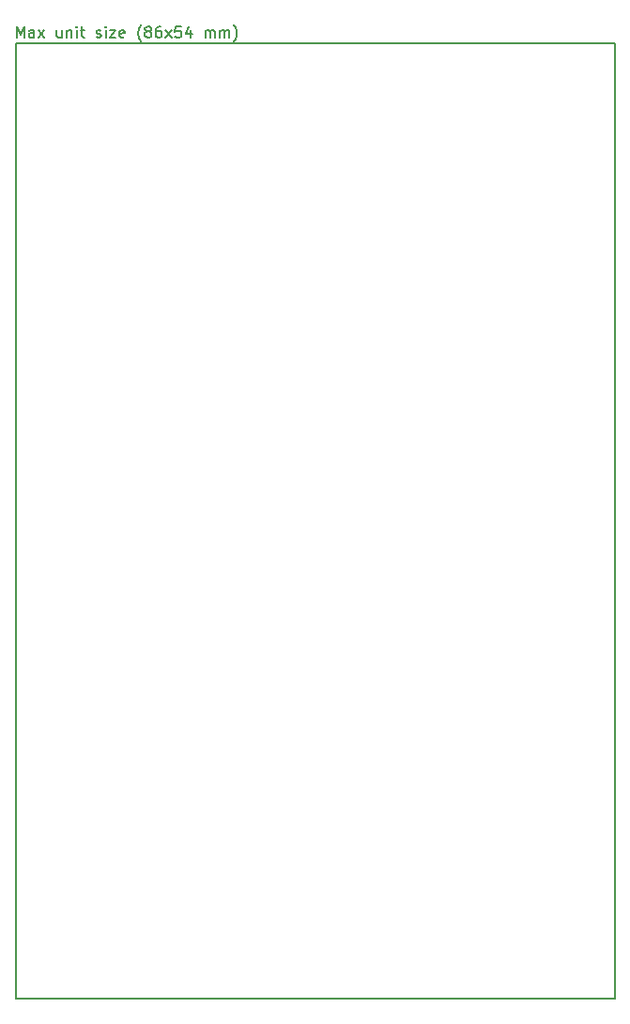
<source format=gbr>
%TF.GenerationSoftware,KiCad,Pcbnew,(6.0.5)*%
%TF.CreationDate,2023-05-01T10:01:18+02:00*%
%TF.ProjectId,arduboy_AS_flavor,61726475-626f-4795-9f41-535f666c6176,rev?*%
%TF.SameCoordinates,Original*%
%TF.FileFunction,Other,Comment*%
%FSLAX46Y46*%
G04 Gerber Fmt 4.6, Leading zero omitted, Abs format (unit mm)*
G04 Created by KiCad (PCBNEW (6.0.5)) date 2023-05-01 10:01:18*
%MOMM*%
%LPD*%
G01*
G04 APERTURE LIST*
%ADD10C,0.150000*%
G04 APERTURE END LIST*
D10*
X74000000Y-20000000D02*
X74000000Y-106000000D01*
X20000000Y-20000000D02*
X74000000Y-20000000D01*
X20000000Y-106000000D02*
X74000000Y-106000000D01*
X20000000Y-20000000D02*
X20000000Y-106000000D01*
X20071428Y-19452380D02*
X20071428Y-18452380D01*
X20404761Y-19166666D01*
X20738095Y-18452380D01*
X20738095Y-19452380D01*
X21642857Y-19452380D02*
X21642857Y-18928571D01*
X21595238Y-18833333D01*
X21500000Y-18785714D01*
X21309523Y-18785714D01*
X21214285Y-18833333D01*
X21642857Y-19404761D02*
X21547619Y-19452380D01*
X21309523Y-19452380D01*
X21214285Y-19404761D01*
X21166666Y-19309523D01*
X21166666Y-19214285D01*
X21214285Y-19119047D01*
X21309523Y-19071428D01*
X21547619Y-19071428D01*
X21642857Y-19023809D01*
X22023809Y-19452380D02*
X22547619Y-18785714D01*
X22023809Y-18785714D02*
X22547619Y-19452380D01*
X24119047Y-18785714D02*
X24119047Y-19452380D01*
X23690476Y-18785714D02*
X23690476Y-19309523D01*
X23738095Y-19404761D01*
X23833333Y-19452380D01*
X23976190Y-19452380D01*
X24071428Y-19404761D01*
X24119047Y-19357142D01*
X24595238Y-18785714D02*
X24595238Y-19452380D01*
X24595238Y-18880952D02*
X24642857Y-18833333D01*
X24738095Y-18785714D01*
X24880952Y-18785714D01*
X24976190Y-18833333D01*
X25023809Y-18928571D01*
X25023809Y-19452380D01*
X25500000Y-19452380D02*
X25500000Y-18785714D01*
X25500000Y-18452380D02*
X25452380Y-18500000D01*
X25500000Y-18547619D01*
X25547619Y-18500000D01*
X25500000Y-18452380D01*
X25500000Y-18547619D01*
X25833333Y-18785714D02*
X26214285Y-18785714D01*
X25976190Y-18452380D02*
X25976190Y-19309523D01*
X26023809Y-19404761D01*
X26119047Y-19452380D01*
X26214285Y-19452380D01*
X27261904Y-19404761D02*
X27357142Y-19452380D01*
X27547619Y-19452380D01*
X27642857Y-19404761D01*
X27690476Y-19309523D01*
X27690476Y-19261904D01*
X27642857Y-19166666D01*
X27547619Y-19119047D01*
X27404761Y-19119047D01*
X27309523Y-19071428D01*
X27261904Y-18976190D01*
X27261904Y-18928571D01*
X27309523Y-18833333D01*
X27404761Y-18785714D01*
X27547619Y-18785714D01*
X27642857Y-18833333D01*
X28119047Y-19452380D02*
X28119047Y-18785714D01*
X28119047Y-18452380D02*
X28071428Y-18500000D01*
X28119047Y-18547619D01*
X28166666Y-18500000D01*
X28119047Y-18452380D01*
X28119047Y-18547619D01*
X28500000Y-18785714D02*
X29023809Y-18785714D01*
X28500000Y-19452380D01*
X29023809Y-19452380D01*
X29785714Y-19404761D02*
X29690476Y-19452380D01*
X29500000Y-19452380D01*
X29404761Y-19404761D01*
X29357142Y-19309523D01*
X29357142Y-18928571D01*
X29404761Y-18833333D01*
X29500000Y-18785714D01*
X29690476Y-18785714D01*
X29785714Y-18833333D01*
X29833333Y-18928571D01*
X29833333Y-19023809D01*
X29357142Y-19119047D01*
X31309523Y-19833333D02*
X31261904Y-19785714D01*
X31166666Y-19642857D01*
X31119047Y-19547619D01*
X31071428Y-19404761D01*
X31023809Y-19166666D01*
X31023809Y-18976190D01*
X31071428Y-18738095D01*
X31119047Y-18595238D01*
X31166666Y-18500000D01*
X31261904Y-18357142D01*
X31309523Y-18309523D01*
X31833333Y-18880952D02*
X31738095Y-18833333D01*
X31690476Y-18785714D01*
X31642857Y-18690476D01*
X31642857Y-18642857D01*
X31690476Y-18547619D01*
X31738095Y-18500000D01*
X31833333Y-18452380D01*
X32023809Y-18452380D01*
X32119047Y-18500000D01*
X32166666Y-18547619D01*
X32214285Y-18642857D01*
X32214285Y-18690476D01*
X32166666Y-18785714D01*
X32119047Y-18833333D01*
X32023809Y-18880952D01*
X31833333Y-18880952D01*
X31738095Y-18928571D01*
X31690476Y-18976190D01*
X31642857Y-19071428D01*
X31642857Y-19261904D01*
X31690476Y-19357142D01*
X31738095Y-19404761D01*
X31833333Y-19452380D01*
X32023809Y-19452380D01*
X32119047Y-19404761D01*
X32166666Y-19357142D01*
X32214285Y-19261904D01*
X32214285Y-19071428D01*
X32166666Y-18976190D01*
X32119047Y-18928571D01*
X32023809Y-18880952D01*
X33071428Y-18452380D02*
X32880952Y-18452380D01*
X32785714Y-18500000D01*
X32738095Y-18547619D01*
X32642857Y-18690476D01*
X32595238Y-18880952D01*
X32595238Y-19261904D01*
X32642857Y-19357142D01*
X32690476Y-19404761D01*
X32785714Y-19452380D01*
X32976190Y-19452380D01*
X33071428Y-19404761D01*
X33119047Y-19357142D01*
X33166666Y-19261904D01*
X33166666Y-19023809D01*
X33119047Y-18928571D01*
X33071428Y-18880952D01*
X32976190Y-18833333D01*
X32785714Y-18833333D01*
X32690476Y-18880952D01*
X32642857Y-18928571D01*
X32595238Y-19023809D01*
X33500000Y-19452380D02*
X34023809Y-18785714D01*
X33500000Y-18785714D02*
X34023809Y-19452380D01*
X34880952Y-18452380D02*
X34404761Y-18452380D01*
X34357142Y-18928571D01*
X34404761Y-18880952D01*
X34500000Y-18833333D01*
X34738095Y-18833333D01*
X34833333Y-18880952D01*
X34880952Y-18928571D01*
X34928571Y-19023809D01*
X34928571Y-19261904D01*
X34880952Y-19357142D01*
X34833333Y-19404761D01*
X34738095Y-19452380D01*
X34500000Y-19452380D01*
X34404761Y-19404761D01*
X34357142Y-19357142D01*
X35785714Y-18785714D02*
X35785714Y-19452380D01*
X35547619Y-18404761D02*
X35309523Y-19119047D01*
X35928571Y-19119047D01*
X37071428Y-19452380D02*
X37071428Y-18785714D01*
X37071428Y-18880952D02*
X37119047Y-18833333D01*
X37214285Y-18785714D01*
X37357142Y-18785714D01*
X37452380Y-18833333D01*
X37500000Y-18928571D01*
X37500000Y-19452380D01*
X37500000Y-18928571D02*
X37547619Y-18833333D01*
X37642857Y-18785714D01*
X37785714Y-18785714D01*
X37880952Y-18833333D01*
X37928571Y-18928571D01*
X37928571Y-19452380D01*
X38404761Y-19452380D02*
X38404761Y-18785714D01*
X38404761Y-18880952D02*
X38452380Y-18833333D01*
X38547619Y-18785714D01*
X38690476Y-18785714D01*
X38785714Y-18833333D01*
X38833333Y-18928571D01*
X38833333Y-19452380D01*
X38833333Y-18928571D02*
X38880952Y-18833333D01*
X38976190Y-18785714D01*
X39119047Y-18785714D01*
X39214285Y-18833333D01*
X39261904Y-18928571D01*
X39261904Y-19452380D01*
X39642857Y-19833333D02*
X39690476Y-19785714D01*
X39785714Y-19642857D01*
X39833333Y-19547619D01*
X39880952Y-19404761D01*
X39928571Y-19166666D01*
X39928571Y-18976190D01*
X39880952Y-18738095D01*
X39833333Y-18595238D01*
X39785714Y-18500000D01*
X39690476Y-18357142D01*
X39642857Y-18309523D01*
M02*

</source>
